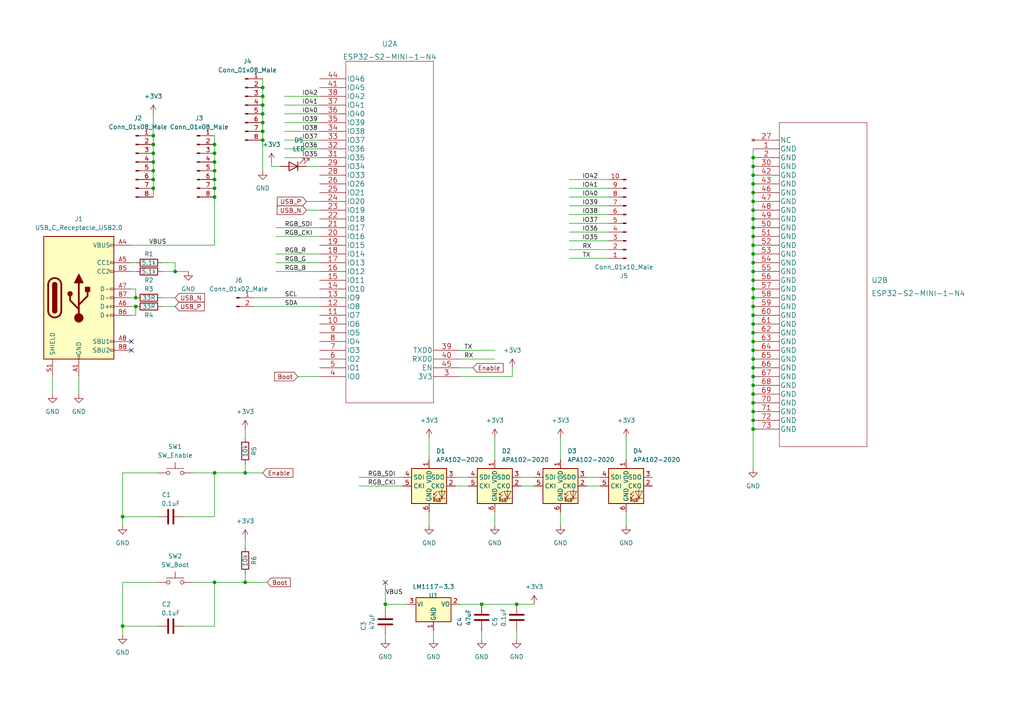
<source format=kicad_sch>
(kicad_sch (version 20211123) (generator eeschema)
  (paper "A4")
  (lib_symbols
    (symbol "2022-03-18_18-31-14:ESP32-S2-MINI-1-N4" (pin_names (offset 0.254))
      (property "Reference" "U" (at 20.32 12.7 0))
      (property "Value" "ESP32-S2-MINI-1-N4" (at 20.32 10.16 0))
      (symbol "ESP32-S2-MINI-1-N4_1_1"
        (polyline (pts (xy 7.62 -91.44) (xy 33.02 -91.44)) (stroke (width 0.127)))
        (polyline (pts (xy 7.62 7.62) (xy 7.62 -91.44)) (stroke (width 0.127)))
        (polyline (pts (xy 33.02 -91.44) (xy 33.02 7.62)) (stroke (width 0.127)))
        (polyline (pts (xy 33.02 7.62) (xy 7.62 7.62)) (stroke (width 0.127)))
        (pin bidirectional line (at 40.64 -15.24 180) (length 7.62) (name "IO6") (number "10"))
        (pin bidirectional line (at 40.64 -17.78 180) (length 7.62) (name "IO7") (number "11"))
        (pin bidirectional line (at 40.64 -20.32 180) (length 7.62) (name "IO8") (number "12"))
        (pin bidirectional line (at 40.64 -22.86 180) (length 7.62) (name "IO9") (number "13"))
        (pin bidirectional line (at 40.64 -25.4 180) (length 7.62) (name "IO10") (number "14"))
        (pin bidirectional line (at 40.64 -27.94 180) (length 7.62) (name "IO11") (number "15"))
        (pin bidirectional line (at 40.64 -30.48 180) (length 7.62) (name "IO12") (number "16"))
        (pin bidirectional line (at 40.64 -33.02 180) (length 7.62) (name "IO13") (number "17"))
        (pin bidirectional line (at 40.64 -35.56 180) (length 7.62) (name "IO14") (number "18"))
        (pin bidirectional line (at 40.64 -38.1 180) (length 7.62) (name "IO15") (number "19"))
        (pin bidirectional line (at 40.64 -40.64 180) (length 7.62) (name "IO16") (number "20"))
        (pin bidirectional line (at 40.64 -43.18 180) (length 7.62) (name "IO17") (number "21"))
        (pin bidirectional line (at 40.64 -45.72 180) (length 7.62) (name "IO18") (number "22"))
        (pin bidirectional line (at 40.64 -48.26 180) (length 7.62) (name "IO19") (number "23"))
        (pin bidirectional line (at 40.64 -50.8 180) (length 7.62) (name "IO20") (number "24"))
        (pin bidirectional line (at 40.64 -53.34 180) (length 7.62) (name "IO21") (number "25"))
        (pin bidirectional line (at 40.64 -55.88 180) (length 7.62) (name "IO26") (number "26"))
        (pin bidirectional line (at 40.64 -58.42 180) (length 7.62) (name "IO33") (number "28"))
        (pin bidirectional line (at 40.64 -60.96 180) (length 7.62) (name "IO34") (number "29"))
        (pin unspecified line (at 0 0 0) (length 7.62) (name "3V3") (number "3"))
        (pin bidirectional line (at 40.64 -63.5 180) (length 7.62) (name "IO35") (number "31"))
        (pin bidirectional line (at 40.64 -66.04 180) (length 7.62) (name "IO36") (number "32"))
        (pin bidirectional line (at 40.64 -68.58 180) (length 7.62) (name "IO37") (number "33"))
        (pin bidirectional line (at 40.64 -71.12 180) (length 7.62) (name "IO38") (number "34"))
        (pin bidirectional line (at 40.64 -73.66 180) (length 7.62) (name "IO39") (number "35"))
        (pin bidirectional line (at 40.64 -76.2 180) (length 7.62) (name "IO40") (number "36"))
        (pin bidirectional line (at 40.64 -78.74 180) (length 7.62) (name "IO41") (number "37"))
        (pin bidirectional line (at 40.64 -81.28 180) (length 7.62) (name "IO42") (number "38"))
        (pin bidirectional line (at 0 -7.62 0) (length 7.62) (name "TXD0") (number "39"))
        (pin bidirectional line (at 40.64 0 180) (length 7.62) (name "IO0") (number "4"))
        (pin bidirectional line (at 0 -5.08 0) (length 7.62) (name "RXD0") (number "40"))
        (pin bidirectional line (at 40.64 -83.82 180) (length 7.62) (name "IO45") (number "41"))
        (pin bidirectional line (at 40.64 -86.36 180) (length 7.62) (name "IO46") (number "44"))
        (pin unspecified line (at 0 -2.54 0) (length 7.62) (name "EN") (number "45"))
        (pin bidirectional line (at 40.64 -2.54 180) (length 7.62) (name "IO1") (number "5"))
        (pin bidirectional line (at 40.64 -5.08 180) (length 7.62) (name "IO2") (number "6"))
        (pin bidirectional line (at 40.64 -7.62 180) (length 7.62) (name "IO3") (number "7"))
        (pin bidirectional line (at 40.64 -10.16 180) (length 7.62) (name "IO4") (number "8"))
        (pin bidirectional line (at 40.64 -12.7 180) (length 7.62) (name "IO5") (number "9"))
      )
      (symbol "ESP32-S2-MINI-1-N4_2_1"
        (polyline (pts (xy 7.62 -88.9) (xy 33.02 -88.9)) (stroke (width 0.127)))
        (polyline (pts (xy 7.62 5.08) (xy 7.62 -88.9)) (stroke (width 0.127)))
        (polyline (pts (xy 33.02 -88.9) (xy 33.02 5.08)) (stroke (width 0.127)))
        (polyline (pts (xy 33.02 5.08) (xy 7.62 5.08)) (stroke (width 0.127)))
        (pin power_in line (at 0 -2.54 0) (length 7.62) (name "GND") (number "1"))
        (pin power_in line (at 0 -5.08 0) (length 7.62) (name "GND") (number "2"))
        (pin no_connect line (at 0 0 0) (length 7.62) (name "NC") (number "27"))
        (pin power_in line (at 0 -7.62 0) (length 7.62) (name "GND") (number "30"))
        (pin power_in line (at 0 -10.16 0) (length 7.62) (name "GND") (number "42"))
        (pin power_in line (at 0 -12.7 0) (length 7.62) (name "GND") (number "43"))
        (pin power_in line (at 0 -15.24 0) (length 7.62) (name "GND") (number "46"))
        (pin power_in line (at 0 -17.78 0) (length 7.62) (name "GND") (number "47"))
        (pin power_in line (at 0 -20.32 0) (length 7.62) (name "GND") (number "48"))
        (pin power_in line (at 0 -22.86 0) (length 7.62) (name "GND") (number "49"))
        (pin power_in line (at 0 -25.4 0) (length 7.62) (name "GND") (number "50"))
        (pin power_in line (at 0 -27.94 0) (length 7.62) (name "GND") (number "51"))
        (pin power_in line (at 0 -30.48 0) (length 7.62) (name "GND") (number "52"))
        (pin power_in line (at 0 -33.02 0) (length 7.62) (name "GND") (number "53"))
        (pin power_in line (at 0 -35.56 0) (length 7.62) (name "GND") (number "54"))
        (pin power_in line (at 0 -38.1 0) (length 7.62) (name "GND") (number "55"))
        (pin power_in line (at 0 -40.64 0) (length 7.62) (name "GND") (number "56"))
        (pin power_in line (at 0 -43.18 0) (length 7.62) (name "GND") (number "57"))
        (pin power_in line (at 0 -45.72 0) (length 7.62) (name "GND") (number "58"))
        (pin power_in line (at 0 -48.26 0) (length 7.62) (name "GND") (number "59"))
        (pin power_in line (at 0 -50.8 0) (length 7.62) (name "GND") (number "60"))
        (pin power_in line (at 0 -53.34 0) (length 7.62) (name "GND") (number "61"))
        (pin power_in line (at 0 -55.88 0) (length 7.62) (name "GND") (number "62"))
        (pin power_in line (at 0 -58.42 0) (length 7.62) (name "GND") (number "63"))
        (pin power_in line (at 0 -60.96 0) (length 7.62) (name "GND") (number "64"))
        (pin power_in line (at 0 -63.5 0) (length 7.62) (name "GND") (number "65"))
        (pin power_in line (at 0 -66.04 0) (length 7.62) (name "GND") (number "66"))
        (pin power_in line (at 0 -68.58 0) (length 7.62) (name "GND") (number "67"))
        (pin power_in line (at 0 -71.12 0) (length 7.62) (name "GND") (number "68"))
        (pin power_in line (at 0 -73.66 0) (length 7.62) (name "GND") (number "69"))
        (pin power_in line (at 0 -76.2 0) (length 7.62) (name "GND") (number "70"))
        (pin power_in line (at 0 -78.74 0) (length 7.62) (name "GND") (number "71"))
        (pin power_in line (at 0 -81.28 0) (length 7.62) (name "GND") (number "72"))
        (pin power_in line (at 0 -83.82 0) (length 7.62) (name "GND") (number "73"))
      )
    )
    (symbol "Connector:Conn_01x02_Male" (pin_names (offset 1.016) hide)
      (property "Reference" "J" (at 0 2.54 0))
      (property "Value" "Conn_01x02_Male" (at 0 -5.08 0))
      (symbol "Conn_01x02_Male_1_1"
        (polyline (pts (xy 1.27 -2.54) (xy 0.8636 -2.54)) (stroke (width 0.1524)))
        (polyline (pts (xy 1.27 0) (xy 0.8636 0)) (stroke (width 0.1524)))
        (rectangle (start 0.8636 -2.413) (end 0 -2.667) (stroke (width 0.1524)) (fill (type outline)))
        (rectangle (start 0.8636 0.127) (end 0 -0.127) (stroke (width 0.1524)) (fill (type outline)))
        (pin passive line (at 5.08 0 180) (length 3.81) (name "Pin_1") (number "1"))
        (pin passive line (at 5.08 -2.54 180) (length 3.81) (name "Pin_2") (number "2"))
      )
    )
    (symbol "Connector:Conn_01x08_Male" (pin_names (offset 1.016) hide)
      (property "Reference" "J" (at 0 10.16 0))
      (property "Value" "Conn_01x08_Male" (at 0 -12.7 0))
      (symbol "Conn_01x08_Male_1_1"
        (polyline (pts (xy 1.27 -10.16) (xy 0.8636 -10.16)) (stroke (width 0.1524)))
        (polyline (pts (xy 1.27 -7.62) (xy 0.8636 -7.62)) (stroke (width 0.1524)))
        (polyline (pts (xy 1.27 -5.08) (xy 0.8636 -5.08)) (stroke (width 0.1524)))
        (polyline (pts (xy 1.27 -2.54) (xy 0.8636 -2.54)) (stroke (width 0.1524)))
        (polyline (pts (xy 1.27 0) (xy 0.8636 0)) (stroke (width 0.1524)))
        (polyline (pts (xy 1.27 2.54) (xy 0.8636 2.54)) (stroke (width 0.1524)))
        (polyline (pts (xy 1.27 5.08) (xy 0.8636 5.08)) (stroke (width 0.1524)))
        (polyline (pts (xy 1.27 7.62) (xy 0.8636 7.62)) (stroke (width 0.1524)))
        (rectangle (start 0.8636 -10.033) (end 0 -10.287) (stroke (width 0.1524)) (fill (type outline)))
        (rectangle (start 0.8636 -7.493) (end 0 -7.747) (stroke (width 0.1524)) (fill (type outline)))
        (rectangle (start 0.8636 -4.953) (end 0 -5.207) (stroke (width 0.1524)) (fill (type outline)))
        (rectangle (start 0.8636 -2.413) (end 0 -2.667) (stroke (width 0.1524)) (fill (type outline)))
        (rectangle (start 0.8636 0.127) (end 0 -0.127) (stroke (width 0.1524)) (fill (type outline)))
        (rectangle (start 0.8636 2.667) (end 0 2.413) (stroke (width 0.1524)) (fill (type outline)))
        (rectangle (start 0.8636 5.207) (end 0 4.953) (stroke (width 0.1524)) (fill (type outline)))
        (rectangle (start 0.8636 7.747) (end 0 7.493) (stroke (width 0.1524)) (fill (type outline)))
        (pin passive line (at 5.08 7.62 180) (length 3.81) (name "Pin_1") (number "1"))
        (pin passive line (at 5.08 5.08 180) (length 3.81) (name "Pin_2") (number "2"))
        (pin passive line (at 5.08 2.54 180) (length 3.81) (name "Pin_3") (number "3"))
        (pin passive line (at 5.08 0 180) (length 3.81) (name "Pin_4") (number "4"))
        (pin passive line (at 5.08 -2.54 180) (length 3.81) (name "Pin_5") (number "5"))
        (pin passive line (at 5.08 -5.08 180) (length 3.81) (name "Pin_6") (number "6"))
        (pin passive line (at 5.08 -7.62 180) (length 3.81) (name "Pin_7") (number "7"))
        (pin passive line (at 5.08 -10.16 180) (length 3.81) (name "Pin_8") (number "8"))
      )
    )
    (symbol "Connector:Conn_01x10_Male" (pin_names (offset 1.016) hide)
      (property "Reference" "J" (at 0 12.7 0))
      (property "Value" "Conn_01x10_Male" (at 0 -15.24 0))
      (symbol "Conn_01x10_Male_1_1"
        (polyline (pts (xy 1.27 -12.7) (xy 0.8636 -12.7)) (stroke (width 0.1524)))
        (polyline (pts (xy 1.27 -10.16) (xy 0.8636 -10.16)) (stroke (width 0.1524)))
        (polyline (pts (xy 1.27 -7.62) (xy 0.8636 -7.62)) (stroke (width 0.1524)))
        (polyline (pts (xy 1.27 -5.08) (xy 0.8636 -5.08)) (stroke (width 0.1524)))
        (polyline (pts (xy 1.27 -2.54) (xy 0.8636 -2.54)) (stroke (width 0.1524)))
        (polyline (pts (xy 1.27 0) (xy 0.8636 0)) (stroke (width 0.1524)))
        (polyline (pts (xy 1.27 2.54) (xy 0.8636 2.54)) (stroke (width 0.1524)))
        (polyline (pts (xy 1.27 5.08) (xy 0.8636 5.08)) (stroke (width 0.1524)))
        (polyline (pts (xy 1.27 7.62) (xy 0.8636 7.62)) (stroke (width 0.1524)))
        (polyline (pts (xy 1.27 10.16) (xy 0.8636 10.16)) (stroke (width 0.1524)))
        (rectangle (start 0.8636 -12.573) (end 0 -12.827) (stroke (width 0.1524)) (fill (type outline)))
        (rectangle (start 0.8636 -10.033) (end 0 -10.287) (stroke (width 0.1524)) (fill (type outline)))
        (rectangle (start 0.8636 -7.493) (end 0 -7.747) (stroke (width 0.1524)) (fill (type outline)))
        (rectangle (start 0.8636 -4.953) (end 0 -5.207) (stroke (width 0.1524)) (fill (type outline)))
        (rectangle (start 0.8636 -2.413) (end 0 -2.667) (stroke (width 0.1524)) (fill (type outline)))
        (rectangle (start 0.8636 0.127) (end 0 -0.127) (stroke (width 0.1524)) (fill (type outline)))
        (rectangle (start 0.8636 2.667) (end 0 2.413) (stroke (width 0.1524)) (fill (type outline)))
        (rectangle (start 0.8636 5.207) (end 0 4.953) (stroke (width 0.1524)) (fill (type outline)))
        (rectangle (start 0.8636 7.747) (end 0 7.493) (stroke (width 0.1524)) (fill (type outline)))
        (rectangle (start 0.8636 10.287) (end 0 10.033) (stroke (width 0.1524)) (fill (type outline)))
        (pin passive line (at 5.08 10.16 180) (length 3.81) (name "Pin_1") (number "1"))
        (pin passive line (at 5.08 -12.7 180) (length 3.81) (name "Pin_10") (number "10"))
        (pin passive line (at 5.08 7.62 180) (length 3.81) (name "Pin_2") (number "2"))
        (pin passive line (at 5.08 5.08 180) (length 3.81) (name "Pin_3") (number "3"))
        (pin passive line (at 5.08 2.54 180) (length 3.81) (name "Pin_4") (number "4"))
        (pin passive line (at 5.08 0 180) (length 3.81) (name "Pin_5") (number "5"))
        (pin passive line (at 5.08 -2.54 180) (length 3.81) (name "Pin_6") (number "6"))
        (pin passive line (at 5.08 -5.08 180) (length 3.81) (name "Pin_7") (number "7"))
        (pin passive line (at 5.08 -7.62 180) (length 3.81) (name "Pin_8") (number "8"))
        (pin passive line (at 5.08 -10.16 180) (length 3.81) (name "Pin_9") (number "9"))
      )
    )
    (symbol "Connector:USB_C_Receptacle_USB2.0" (pin_names (offset 1.016))
      (property "Reference" "J" (at -10.16 19.05 0))
      (property "Value" "USB_C_Receptacle_USB2.0" (at 19.05 19.05 0))
      (symbol "USB_C_Receptacle_USB2.0_0_0"
        (rectangle (start -0.254 -17.78) (end 0.254 -16.764))
        (rectangle (start 10.16 -14.986) (end 9.144 -15.494))
        (rectangle (start 10.16 -12.446) (end 9.144 -12.954))
        (rectangle (start 10.16 -4.826) (end 9.144 -5.334))
        (rectangle (start 10.16 -2.286) (end 9.144 -2.794))
        (rectangle (start 10.16 0.254) (end 9.144 -0.254))
        (rectangle (start 10.16 2.794) (end 9.144 2.286))
        (rectangle (start 10.16 7.874) (end 9.144 7.366))
        (rectangle (start 10.16 10.414) (end 9.144 9.906))
        (rectangle (start 10.16 15.494) (end 9.144 14.986))
      )
      (symbol "USB_C_Receptacle_USB2.0_0_1"
        (rectangle (start -10.16 17.78) (end 10.16 -17.78) (stroke (width 0.254)) (fill (type background)))
        (arc (start -8.89 -3.81) (mid -6.985 -5.715) (end -5.08 -3.81) (stroke (width 0.508)))
        (arc (start -7.62 -3.81) (mid -6.985 -4.445) (end -6.35 -3.81) (stroke (width 0.254)))
        (arc (start -7.62 -3.81) (mid -6.985 -4.445) (end -6.35 -3.81) (stroke (width 0.254)) (fill (type outline)))
        (rectangle (start -7.62 -3.81) (end -6.35 3.81) (stroke (width 0.254)) (fill (type outline)))
        (arc (start -6.35 3.81) (mid -6.985 4.445) (end -7.62 3.81) (stroke (width 0.254)))
        (arc (start -6.35 3.81) (mid -6.985 4.445) (end -7.62 3.81) (stroke (width 0.254)) (fill (type outline)))
        (arc (start -5.08 3.81) (mid -6.985 5.715) (end -8.89 3.81) (stroke (width 0.508)))
        (circle (center -2.54 1.143) (radius 0.635) (stroke (width 0.254)) (fill (type outline)))
        (circle (center 0 -5.842) (radius 1.27) (fill (type outline)))
        (polyline (pts (xy -8.89 -3.81) (xy -8.89 3.81)) (stroke (width 0.508)))
        (polyline (pts (xy -5.08 3.81) (xy -5.08 -3.81)) (stroke (width 0.508)))
        (polyline (pts (xy 0 -5.842) (xy 0 4.318)) (stroke (width 0.508)))
        (polyline (pts (xy 0 -3.302) (xy -2.54 -0.762) (xy -2.54 0.508)) (stroke (width 0.508)))
        (polyline (pts (xy 0 -2.032) (xy 2.54 0.508) (xy 2.54 1.778)) (stroke (width 0.508)))
        (polyline (pts (xy -1.27 4.318) (xy 0 6.858) (xy 1.27 4.318) (xy -1.27 4.318)) (stroke (width 0.254)) (fill (type outline)))
        (rectangle (start 1.905 1.778) (end 3.175 3.048) (stroke (width 0.254)) (fill (type outline)))
      )
      (symbol "USB_C_Receptacle_USB2.0_1_1"
        (pin passive line (at 0 -22.86 90) (length 5.08) (name "GND") (number "A1"))
        (pin passive line (at 0 -22.86 90) (length 5.08) hide (name "GND") (number "A12"))
        (pin passive line (at 15.24 15.24 180) (length 5.08) (name "VBUS") (number "A4"))
        (pin bidirectional line (at 15.24 10.16 180) (length 5.08) (name "CC1") (number "A5"))
        (pin bidirectional line (at 15.24 -2.54 180) (length 5.08) (name "D+") (number "A6"))
        (pin bidirectional line (at 15.24 2.54 180) (length 5.08) (name "D-") (number "A7"))
        (pin bidirectional line (at 15.24 -12.7 180) (length 5.08) (name "SBU1") (number "A8"))
        (pin passive line (at 15.24 15.24 180) (length 5.08) hide (name "VBUS") (number "A9"))
        (pin passive line (at 0 -22.86 90) (length 5.08) hide (name "GND") (number "B1"))
        (pin passive line (at 0 -22.86 90) (length 5.08) hide (name "GND") (number "B12"))
        (pin passive line (at 15.24 15.24 180) (length 5.08) hide (name "VBUS") (number "B4"))
        (pin bidirectional line (at 15.24 7.62 180) (length 5.08) (name "CC2") (number "B5"))
        (pin bidirectional line (at 15.24 -5.08 180) (length 5.08) (name "D+") (number "B6"))
        (pin bidirectional line (at 15.24 0 180) (length 5.08) (name "D-") (number "B7"))
        (pin bidirectional line (at 15.24 -15.24 180) (length 5.08) (name "SBU2") (number "B8"))
        (pin passive line (at 15.24 15.24 180) (length 5.08) hide (name "VBUS") (number "B9"))
        (pin passive line (at -7.62 -22.86 90) (length 5.08) (name "SHIELD") (number "S1"))
      )
    )
    (symbol "Device:C" (pin_numbers hide) (pin_names (offset 0.254))
      (property "Reference" "C" (at 0.635 2.54 0))
      (property "Value" "C" (at 0.635 -2.54 0))
      (symbol "C_0_1"
        (polyline (pts (xy -2.032 -0.762) (xy 2.032 -0.762)) (stroke (width 0.508)))
        (polyline (pts (xy -2.032 0.762) (xy 2.032 0.762)) (stroke (width 0.508)))
      )
      (symbol "C_1_1"
        (pin passive line (at 0 3.81 270) (length 2.794) (name "~") (number "1"))
        (pin passive line (at 0 -3.81 90) (length 2.794) (name "~") (number "2"))
      )
    )
    (symbol "Device:LED" (pin_numbers hide) (pin_names (offset 1.016) hide)
      (property "Reference" "D" (at 0 2.54 0))
      (property "Value" "LED" (at 0 -2.54 0))
      (symbol "LED_0_1"
        (polyline (pts (xy -1.27 -1.27) (xy -1.27 1.27)) (stroke (width 0.254)))
        (polyline (pts (xy -1.27 0) (xy 1.27 0)))
        (polyline (pts (xy 1.27 -1.27) (xy 1.27 1.27) (xy -1.27 0) (xy 1.27 -1.27)) (stroke (width 0.254)))
        (polyline (pts (xy -3.048 -0.762) (xy -4.572 -2.286) (xy -3.81 -2.286) (xy -4.572 -2.286) (xy -4.572 -1.524)))
        (polyline (pts (xy -1.778 -0.762) (xy -3.302 -2.286) (xy -2.54 -2.286) (xy -3.302 -2.286) (xy -3.302 -1.524)))
      )
      (symbol "LED_1_1"
        (pin passive line (at -3.81 0 0) (length 2.54) (name "K") (number "1"))
        (pin passive line (at 3.81 0 180) (length 2.54) (name "A") (number "2"))
      )
    )
    (symbol "Device:R" (pin_numbers hide) (pin_names (offset 0))
      (property "Reference" "R" (at 2.032 0 90))
      (property "Value" "R" (at 0 0 90))
      (symbol "R_0_1"
        (rectangle (start -1.016 -2.54) (end 1.016 2.54) (stroke (width 0.254)))
      )
      (symbol "R_1_1"
        (pin passive line (at 0 3.81 270) (length 1.27) (name "~") (number "1"))
        (pin passive line (at 0 -3.81 90) (length 1.27) (name "~") (number "2"))
      )
    )
    (symbol "LED:APA102-2020"
      (property "Reference" "D" (at 5.08 5.715 0))
      (property "Value" "APA102-2020" (at 1.27 -5.715 0))
      (symbol "APA102-2020_0_0"
        (text "RGB" (at 2.286 -4.191 0) (effects (font (size 0.762 0.762))))
      )
      (symbol "APA102-2020_0_1"
        (polyline (pts (xy 1.27 -3.556) (xy 1.778 -3.556)))
        (polyline (pts (xy 1.27 -2.54) (xy 1.778 -2.54)))
        (polyline (pts (xy 4.699 -3.556) (xy 2.667 -3.556)))
        (polyline (pts (xy 2.286 -2.54) (xy 1.27 -3.556) (xy 1.27 -3.048)))
        (polyline (pts (xy 2.286 -1.524) (xy 1.27 -2.54) (xy 1.27 -2.032)))
        (polyline (pts (xy 3.683 -1.016) (xy 3.683 -3.556) (xy 3.683 -4.064)))
        (polyline (pts (xy 4.699 -1.524) (xy 2.667 -1.524) (xy 3.683 -3.556) (xy 4.699 -1.524)))
        (rectangle (start 5.08 5.08) (end -5.08 -5.08) (stroke (width 0.254)) (fill (type background)))
      )
      (symbol "APA102-2020_1_1"
        (pin power_in line (at 0 7.62 270) (length 2.54) (name "VDD") (number "1"))
        (pin output line (at 7.62 0 180) (length 2.54) (name "CKO") (number "2"))
        (pin output line (at 7.62 2.54 180) (length 2.54) (name "SDO") (number "3"))
        (pin input line (at -7.62 2.54 0) (length 2.54) (name "SDI") (number "4"))
        (pin input line (at -7.62 0 0) (length 2.54) (name "CKI") (number "5"))
        (pin power_in line (at 0 -7.62 90) (length 2.54) (name "GND") (number "6"))
      )
    )
    (symbol "Regulator_Linear:LM1117-3.3" (pin_names (offset 0.254))
      (property "Reference" "U" (at -3.81 3.175 0))
      (property "Value" "LM1117-3.3" (at 0 3.175 0))
      (symbol "LM1117-3.3_0_1"
        (rectangle (start -5.08 -5.08) (end 5.08 1.905) (stroke (width 0.254)) (fill (type background)))
      )
      (symbol "LM1117-3.3_1_1"
        (pin power_in line (at 0 -7.62 90) (length 2.54) (name "GND") (number "1"))
        (pin power_out line (at 7.62 0 180) (length 2.54) (name "VO") (number "2"))
        (pin power_in line (at -7.62 0 0) (length 2.54) (name "VI") (number "3"))
      )
    )
    (symbol "Switch:SW_Push" (pin_numbers hide) (pin_names (offset 1.016) hide)
      (property "Reference" "SW" (at 1.27 2.54 0))
      (property "Value" "SW_Push" (at 0 -1.524 0))
      (symbol "SW_Push_0_1"
        (circle (center -2.032 0) (radius 0.508))
        (polyline (pts (xy 0 1.27) (xy 0 3.048)))
        (polyline (pts (xy 2.54 1.27) (xy -2.54 1.27)))
        (circle (center 2.032 0) (radius 0.508))
        (pin passive line (at -5.08 0 0) (length 2.54) (name "1") (number "1"))
        (pin passive line (at 5.08 0 180) (length 2.54) (name "2") (number "2"))
      )
    )
    (symbol "power:+3V3" (power) (pin_names (offset 0))
      (property "Value" "+3V3" (at 0 3.556 0))
      (symbol "+3V3_0_1"
        (polyline (pts (xy -0.762 1.27) (xy 0 2.54)))
        (polyline (pts (xy 0 0) (xy 0 2.54)))
        (polyline (pts (xy 0 2.54) (xy 0.762 1.27)))
      )
      (symbol "+3V3_1_1"
        (pin power_in line (at 0 0 90) (length 0) hide (name "+3V3") (number "1"))
      )
    )
    (symbol "power:GND" (power) (pin_names (offset 0))
      (property "Value" "GND" (at 0 -3.81 0))
      (symbol "GND_0_1"
        (polyline (pts (xy 0 0) (xy 0 -1.27) (xy 1.27 -1.27) (xy 0 -2.54) (xy -1.27 -1.27) (xy 0 -1.27)))
      )
      (symbol "GND_1_1"
        (pin power_in line (at 0 0 270) (length 0) hide (name "GND") (number "1"))
      )
    )
  )
  (junction (at 218.44 76.2))
  (junction (at 149.86 175.26))
  (junction (at 76.2 33.02))
  (junction (at 218.44 45.72))
  (junction (at 218.44 124.46))
  (junction (at 218.44 88.9))
  (junction (at 71.12 168.91))
  (junction (at 62.23 44.45))
  (junction (at 218.44 78.74))
  (junction (at 71.12 137.16))
  (junction (at 76.2 25.4))
  (junction (at 76.2 27.94))
  (junction (at 218.44 48.26))
  (junction (at 218.44 101.6))
  (junction (at 35.56 181.61))
  (junction (at 62.23 52.07))
  (junction (at 39.37 86.36))
  (junction (at 218.44 96.52))
  (junction (at 218.44 58.42))
  (junction (at 218.44 73.66))
  (junction (at 44.45 52.07))
  (junction (at 218.44 50.8))
  (junction (at 111.76 175.26))
  (junction (at 218.44 93.98))
  (junction (at 218.44 116.84))
  (junction (at 44.45 39.37))
  (junction (at 76.2 38.1))
  (junction (at 44.45 49.53))
  (junction (at 62.23 168.91))
  (junction (at 218.44 91.44))
  (junction (at 44.45 44.45))
  (junction (at 218.44 119.38))
  (junction (at 62.23 54.61))
  (junction (at 218.44 121.92))
  (junction (at 218.44 109.22))
  (junction (at 50.8 78.74))
  (junction (at 139.7 175.26))
  (junction (at 39.37 88.9))
  (junction (at 218.44 68.58))
  (junction (at 44.45 41.91))
  (junction (at 218.44 83.82))
  (junction (at 218.44 81.28))
  (junction (at 218.44 71.12))
  (junction (at 218.44 99.06))
  (junction (at 44.45 54.61))
  (junction (at 76.2 40.64))
  (junction (at 62.23 46.99))
  (junction (at 218.44 111.76))
  (junction (at 76.2 30.48))
  (junction (at 218.44 60.96))
  (junction (at 76.2 35.56))
  (junction (at 35.56 149.86))
  (junction (at 62.23 49.53))
  (junction (at 62.23 57.15))
  (junction (at 218.44 106.68))
  (junction (at 62.23 41.91))
  (junction (at 218.44 63.5))
  (junction (at 218.44 114.3))
  (junction (at 218.44 104.14))
  (junction (at 62.23 137.16))
  (junction (at 218.44 66.04))
  (junction (at 218.44 55.88))
  (junction (at 218.44 86.36))
  (junction (at 218.44 53.34))
  (junction (at 44.45 46.99))
  (no_connect (at 38.1 101.6))
  (no_connect (at 38.1 99.06))
  (no_connect (at 111.76 168.91))
  (wire (pts (xy 82.55 27.94) (xy 92.71 27.94)))
  (wire (pts (xy 218.44 106.68) (xy 218.44 109.22)))
  (wire (pts (xy 125.73 185.42) (xy 125.73 182.88)))
  (wire (pts (xy 46.99 76.2) (xy 50.8 76.2)))
  (wire (pts (xy 38.1 71.12) (xy 62.23 71.12)))
  (wire (pts (xy 44.45 33.02) (xy 44.45 39.37)))
  (wire (pts (xy 218.44 101.6) (xy 218.44 104.14)))
  (wire (pts (xy 139.7 175.26) (xy 149.86 175.26)))
  (wire (pts (xy 44.45 41.91) (xy 44.45 39.37)))
  (wire (pts (xy 104.14 140.97) (xy 116.84 140.97)))
  (wire (pts (xy 133.35 106.68) (xy 137.16 106.68)))
  (wire (pts (xy 62.23 149.86) (xy 62.23 137.16)))
  (wire (pts (xy 218.44 91.44) (xy 218.44 93.98)))
  (wire (pts (xy 62.23 181.61) (xy 62.23 168.91)))
  (wire (pts (xy 35.56 149.86) (xy 45.72 149.86)))
  (wire (pts (xy 162.56 127) (xy 162.56 133.35)))
  (wire (pts (xy 76.2 30.48) (xy 76.2 33.02)))
  (wire (pts (xy 218.44 78.74) (xy 218.44 81.28)))
  (wire (pts (xy 53.34 149.86) (xy 62.23 149.86)))
  (wire (pts (xy 218.44 66.04) (xy 218.44 68.58)))
  (wire (pts (xy 218.44 60.96) (xy 218.44 63.5)))
  (wire (pts (xy 218.44 68.58) (xy 218.44 71.12)))
  (wire (pts (xy 76.2 25.4) (xy 76.2 27.94)))
  (wire (pts (xy 35.56 137.16) (xy 45.72 137.16)))
  (wire (pts (xy 88.9 48.26) (xy 92.71 48.26)))
  (wire (pts (xy 71.12 137.16) (xy 76.2 137.16)))
  (wire (pts (xy 22.86 109.22) (xy 22.86 114.3)))
  (wire (pts (xy 73.66 86.36) (xy 92.71 86.36)))
  (wire (pts (xy 82.55 38.1) (xy 92.71 38.1)))
  (wire (pts (xy 132.08 138.43) (xy 135.89 138.43)))
  (wire (pts (xy 62.23 44.45) (xy 62.23 46.99)))
  (wire (pts (xy 38.1 76.2) (xy 39.37 76.2)))
  (wire (pts (xy 44.45 54.61) (xy 44.45 52.07)))
  (wire (pts (xy 148.59 106.68) (xy 148.59 109.22)))
  (wire (pts (xy 170.18 138.43) (xy 173.99 138.43)))
  (wire (pts (xy 35.56 152.4) (xy 35.56 149.86)))
  (wire (pts (xy 218.44 76.2) (xy 218.44 78.74)))
  (wire (pts (xy 71.12 168.91) (xy 62.23 168.91)))
  (wire (pts (xy 149.86 182.88) (xy 149.86 185.42)))
  (wire (pts (xy 46.99 86.36) (xy 50.8 86.36)))
  (wire (pts (xy 218.44 53.34) (xy 218.44 55.88)))
  (wire (pts (xy 181.61 148.59) (xy 181.61 152.4)))
  (wire (pts (xy 111.76 184.15) (xy 111.76 185.42)))
  (wire (pts (xy 218.44 43.18) (xy 218.44 45.72)))
  (wire (pts (xy 44.45 57.15) (xy 44.45 54.61)))
  (wire (pts (xy 80.01 73.66) (xy 92.71 73.66)))
  (wire (pts (xy 218.44 81.28) (xy 218.44 83.82)))
  (wire (pts (xy 50.8 78.74) (xy 54.61 78.74)))
  (wire (pts (xy 218.44 114.3) (xy 218.44 116.84)))
  (wire (pts (xy 143.51 127) (xy 143.51 133.35)))
  (wire (pts (xy 124.46 148.59) (xy 124.46 152.4)))
  (wire (pts (xy 38.1 83.82) (xy 39.37 83.82)))
  (wire (pts (xy 218.44 119.38) (xy 218.44 121.92)))
  (wire (pts (xy 35.56 168.91) (xy 45.72 168.91)))
  (wire (pts (xy 218.44 50.8) (xy 218.44 53.34)))
  (wire (pts (xy 218.44 93.98) (xy 218.44 96.52)))
  (wire (pts (xy 165.1 72.39) (xy 176.53 72.39)))
  (wire (pts (xy 165.1 74.93) (xy 176.53 74.93)))
  (wire (pts (xy 218.44 63.5) (xy 218.44 66.04)))
  (wire (pts (xy 151.13 140.97) (xy 154.94 140.97)))
  (wire (pts (xy 88.9 60.96) (xy 92.71 60.96)))
  (wire (pts (xy 71.12 156.21) (xy 71.12 158.75)))
  (wire (pts (xy 111.76 175.26) (xy 111.76 176.53)))
  (wire (pts (xy 165.1 62.23) (xy 176.53 62.23)))
  (wire (pts (xy 82.55 30.48) (xy 92.71 30.48)))
  (wire (pts (xy 143.51 148.59) (xy 143.51 152.4)))
  (wire (pts (xy 39.37 88.9) (xy 38.1 88.9)))
  (wire (pts (xy 82.55 33.02) (xy 92.71 33.02)))
  (wire (pts (xy 151.13 138.43) (xy 154.94 138.43)))
  (wire (pts (xy 165.1 59.69) (xy 176.53 59.69)))
  (wire (pts (xy 46.99 88.9) (xy 50.8 88.9)))
  (wire (pts (xy 165.1 64.77) (xy 176.53 64.77)))
  (wire (pts (xy 71.12 124.46) (xy 71.12 127)))
  (wire (pts (xy 165.1 52.07) (xy 176.53 52.07)))
  (wire (pts (xy 71.12 166.37) (xy 71.12 168.91)))
  (wire (pts (xy 78.74 48.26) (xy 78.74 46.99)))
  (wire (pts (xy 38.1 86.36) (xy 39.37 86.36)))
  (wire (pts (xy 132.08 140.97) (xy 135.89 140.97)))
  (wire (pts (xy 218.44 83.82) (xy 218.44 86.36)))
  (wire (pts (xy 149.86 175.26) (xy 154.94 175.26)))
  (wire (pts (xy 76.2 38.1) (xy 76.2 40.64)))
  (wire (pts (xy 165.1 54.61) (xy 176.53 54.61)))
  (wire (pts (xy 44.45 46.99) (xy 44.45 44.45)))
  (wire (pts (xy 82.55 35.56) (xy 92.71 35.56)))
  (wire (pts (xy 76.2 40.64) (xy 76.2 49.53)))
  (wire (pts (xy 218.44 124.46) (xy 218.44 135.89)))
  (wire (pts (xy 118.11 175.26) (xy 111.76 175.26)))
  (wire (pts (xy 86.36 109.22) (xy 92.71 109.22)))
  (wire (pts (xy 62.23 39.37) (xy 62.23 41.91)))
  (wire (pts (xy 80.01 78.74) (xy 92.71 78.74)))
  (wire (pts (xy 44.45 52.07) (xy 44.45 49.53)))
  (wire (pts (xy 82.55 40.64) (xy 92.71 40.64)))
  (wire (pts (xy 62.23 41.91) (xy 62.23 44.45)))
  (wire (pts (xy 162.56 148.59) (xy 162.56 152.4)))
  (wire (pts (xy 218.44 116.84) (xy 218.44 119.38)))
  (wire (pts (xy 218.44 111.76) (xy 218.44 114.3)))
  (wire (pts (xy 44.45 44.45) (xy 44.45 41.91)))
  (wire (pts (xy 76.2 22.86) (xy 76.2 25.4)))
  (wire (pts (xy 71.12 137.16) (xy 62.23 137.16)))
  (wire (pts (xy 218.44 71.12) (xy 218.44 73.66)))
  (wire (pts (xy 88.9 58.42) (xy 92.71 58.42)))
  (wire (pts (xy 133.35 175.26) (xy 139.7 175.26)))
  (wire (pts (xy 165.1 67.31) (xy 176.53 67.31)))
  (wire (pts (xy 165.1 57.15) (xy 176.53 57.15)))
  (wire (pts (xy 62.23 52.07) (xy 62.23 54.61)))
  (wire (pts (xy 35.56 181.61) (xy 45.72 181.61)))
  (wire (pts (xy 50.8 76.2) (xy 50.8 78.74)))
  (wire (pts (xy 73.66 88.9) (xy 92.71 88.9)))
  (wire (pts (xy 218.44 109.22) (xy 218.44 111.76)))
  (wire (pts (xy 35.56 149.86) (xy 35.56 137.16)))
  (wire (pts (xy 218.44 48.26) (xy 218.44 50.8)))
  (wire (pts (xy 39.37 88.9) (xy 39.37 91.44)))
  (wire (pts (xy 218.44 45.72) (xy 218.44 48.26)))
  (wire (pts (xy 44.45 49.53) (xy 44.45 46.99)))
  (wire (pts (xy 71.12 134.62) (xy 71.12 137.16)))
  (wire (pts (xy 76.2 35.56) (xy 76.2 38.1)))
  (wire (pts (xy 82.55 45.72) (xy 92.71 45.72)))
  (wire (pts (xy 218.44 86.36) (xy 218.44 88.9)))
  (wire (pts (xy 38.1 78.74) (xy 39.37 78.74)))
  (wire (pts (xy 124.46 127) (xy 124.46 133.35)))
  (wire (pts (xy 218.44 58.42) (xy 218.44 60.96)))
  (wire (pts (xy 15.24 109.22) (xy 15.24 114.3)))
  (wire (pts (xy 218.44 121.92) (xy 218.44 124.46)))
  (wire (pts (xy 170.18 140.97) (xy 173.99 140.97)))
  (wire (pts (xy 76.2 27.94) (xy 76.2 30.48)))
  (wire (pts (xy 218.44 55.88) (xy 218.44 58.42)))
  (wire (pts (xy 218.44 99.06) (xy 218.44 101.6)))
  (wire (pts (xy 139.7 182.88) (xy 139.7 185.42)))
  (wire (pts (xy 39.37 83.82) (xy 39.37 86.36)))
  (wire (pts (xy 80.01 68.58) (xy 92.71 68.58)))
  (wire (pts (xy 46.99 78.74) (xy 50.8 78.74)))
  (wire (pts (xy 76.2 33.02) (xy 76.2 35.56)))
  (wire (pts (xy 62.23 57.15) (xy 62.23 71.12)))
  (wire (pts (xy 62.23 54.61) (xy 62.23 57.15)))
  (wire (pts (xy 82.55 43.18) (xy 92.71 43.18)))
  (wire (pts (xy 218.44 96.52) (xy 218.44 99.06)))
  (wire (pts (xy 62.23 168.91) (xy 55.88 168.91)))
  (wire (pts (xy 71.12 168.91) (xy 77.47 168.91)))
  (wire (pts (xy 62.23 46.99) (xy 62.23 49.53)))
  (wire (pts (xy 53.34 181.61) (xy 62.23 181.61)))
  (wire (pts (xy 165.1 69.85) (xy 176.53 69.85)))
  (wire (pts (xy 133.35 104.14) (xy 143.51 104.14)))
  (wire (pts (xy 62.23 49.53) (xy 62.23 52.07)))
  (wire (pts (xy 133.35 101.6) (xy 143.51 101.6)))
  (wire (pts (xy 62.23 137.16) (xy 55.88 137.16)))
  (wire (pts (xy 35.56 184.15) (xy 35.56 181.61)))
  (wire (pts (xy 218.44 88.9) (xy 218.44 91.44)))
  (wire (pts (xy 133.35 109.22) (xy 148.59 109.22)))
  (wire (pts (xy 111.76 168.91) (xy 111.76 175.26)))
  (wire (pts (xy 218.44 104.14) (xy 218.44 106.68)))
  (wire (pts (xy 81.28 48.26) (xy 78.74 48.26)))
  (wire (pts (xy 35.56 181.61) (xy 35.56 168.91)))
  (wire (pts (xy 80.01 76.2) (xy 92.71 76.2)))
  (wire (pts (xy 218.44 73.66) (xy 218.44 76.2)))
  (wire (pts (xy 80.01 66.04) (xy 92.71 66.04)))
  (wire (pts (xy 104.14 138.43) (xy 116.84 138.43)))
  (wire (pts (xy 181.61 127) (xy 181.61 133.35)))
  (wire (pts (xy 38.1 91.44) (xy 39.37 91.44)))
  (label "VBUS" (at 111.76 172.72 0))
  (label "RX" (at 168.91 72.39 0))
  (label "TX" (at 168.91 74.93 0))
  (label "RGB_B" (at 82.55 78.74 0))
  (label "IO36" (at 168.91 67.31 0))
  (label "IO36" (at 87.63 43.18 0))
  (label "IO39" (at 87.63 35.56 0))
  (label "IO35" (at 168.91 69.85 0))
  (label "IO42" (at 168.91 52.07 0))
  (label "RGB_CKI" (at 106.68 140.97 0))
  (label "RX" (at 134.62 104.14 0))
  (label "RGB_SDI" (at 106.68 138.43 0))
  (label "SCL" (at 82.55 86.36 0))
  (label "IO37" (at 87.63 40.64 0))
  (label "IO38" (at 168.91 62.23 0))
  (label "IO40" (at 87.63 33.02 0))
  (label "IO35" (at 87.63 45.72 0))
  (label "IO42" (at 87.63 27.94 0))
  (label "IO38" (at 87.63 38.1 0))
  (label "IO39" (at 168.91 59.69 0))
  (label "SDA" (at 82.55 88.9 0))
  (label "TX" (at 134.62 101.6 0))
  (label "RGB_R" (at 82.55 73.66 0))
  (label "VBUS" (at 43.18 71.12 0))
  (label "IO41" (at 87.63 30.48 0))
  (label "RGB_G" (at 82.55 76.2 0))
  (label "IO41" (at 168.91 54.61 0))
  (label "RGB_SDI" (at 82.55 66.04 0))
  (label "RGB_CKI" (at 82.55 68.58 0))
  (label "IO37" (at 168.91 64.77 0))
  (label "IO40" (at 168.91 57.15 0))
  (global_label "USB_N" (shape input) (at 88.9 60.96 180) (property "Intersheet References" "${INTERSHEET_REFS}" (effects hide)))
  (global_label "Enable" (shape input) (at 137.16 106.68 0) (property "Intersheet References" "${INTERSHEET_REFS}" (effects hide)))
  (global_label "Boot" (shape input) (at 77.47 168.91 0) (property "Intersheet References" "${INTERSHEET_REFS}" (effects hide)))
  (global_label "USB_P" (shape input) (at 50.8 88.9 0) (property "Intersheet References" "${INTERSHEET_REFS}" (effects hide)))
  (global_label "Enable" (shape input) (at 76.2 137.16 0) (property "Intersheet References" "${INTERSHEET_REFS}" (effects hide)))
  (global_label "USB_P" (shape input) (at 88.9 58.42 180) (property "Intersheet References" "${INTERSHEET_REFS}" (effects hide)))
  (global_label "USB_N" (shape input) (at 50.8 86.36 0) (property "Intersheet References" "${INTERSHEET_REFS}" (effects hide)))
  (global_label "Boot" (shape input) (at 86.36 109.22 180) (property "Intersheet References" "${INTERSHEET_REFS}" (effects hide)))
  (symbol (lib_id "power:GND") (at 111.76 185.42 0) (unit 1)
    (property "Reference" "#PWR0109" (effects hide))
    (property "Value" "GND" (at 111.76 190.5 0))
  )
  (symbol (lib_id "Device:C") (at 49.53 181.61 90) (unit 1)
    (property "Reference" "C2" (at 48.26 175.26 90))
    (property "Value" "0.1uF" (at 49.53 177.8 90))
    (property "Footprint" "Capacitor_SMD:C_0603_1608Metric" (effects hide))
  )
  (symbol (lib_id "Connector:Conn_01x02_Male") (at 68.58 86.36 0) (unit 1)
    (property "Reference" "J6" (at 69.215 81.28 0))
    (property "Value" "Conn_01x02_Male" (at 69.215 83.82 0))
    (property "Footprint" "Connector_PinHeader_2.54mm:PinHeader_1x02_P2.54mm_Vertical" (effects hide))
  )
  (symbol (lib_id "LED:APA102-2020") (at 124.46 140.97 0) (unit 1)
    (property "Reference" "D1" (at 126.4794 130.81 0) (effects (justify left)))
    (property "Value" "APA102-2020" (at 126.4794 133.35 0) (effects (justify left)))
    (property "Footprint" "LED_SMD:LED-APA102-2020" (effects hide))
    (property "Datasheet" "http://www.led-color.com/upload/201604/APA102-2020%20SMD%20LED.pdf" (effects hide))
  )
  (symbol (lib_id "power:GND") (at 35.56 152.4 0) (unit 1)
    (property "Reference" "#PWR0104" (effects hide))
    (property "Value" "GND" (at 35.56 157.48 0))
  )
  (symbol (lib_id "power:GND") (at 54.61 78.74 0) (unit 1)
    (property "Reference" "#PWR0114" (effects hide))
    (property "Value" "GND" (at 54.61 83.82 0))
  )
  (symbol (lib_id "power:GND") (at 149.86 185.42 0) (unit 1)
    (property "Reference" "#PWR0111" (effects hide))
    (property "Value" "GND" (at 149.86 190.5 0))
  )
  (symbol (lib_id "power:GND") (at 181.61 152.4 0) (unit 1)
    (property "Reference" "#PWR0120" (effects hide))
    (property "Value" "GND" (at 181.61 157.48 0))
  )
  (symbol (lib_id "Device:C") (at 111.76 180.34 180) (unit 1)
    (property "Reference" "C3" (at 105.41 181.61 90))
    (property "Value" "47uF" (at 107.95 180.34 90))
    (property "Footprint" "Capacitor_SMD:C_0805_2012Metric" (effects hide))
  )
  (symbol (lib_id "Device:R") (at 43.18 76.2 90) (unit 1)
    (property "Reference" "R1" (at 43.18 73.66 90))
    (property "Value" "5.1k" (at 43.18 76.2 90))
    (property "Footprint" "Resistor_SMD:R_0603_1608Metric" (effects hide))
  )
  (symbol (lib_id "power:+3V3") (at 162.56 127 0) (unit 1)
    (property "Reference" "#PWR0123" (effects hide))
    (property "Value" "+3V3" (at 162.56 121.92 0))
  )
  (symbol (lib_id "Device:C") (at 139.7 179.07 180) (unit 1)
    (property "Reference" "C4" (at 133.35 180.34 90))
    (property "Value" "47uF" (at 135.89 179.07 90))
    (property "Footprint" "Capacitor_SMD:C_0805_2012Metric" (effects hide))
  )
  (symbol (lib_id "power:GND") (at 35.56 184.15 0) (unit 1)
    (property "Reference" "#PWR0105" (effects hide))
    (property "Value" "GND" (at 35.56 189.23 0))
  )
  (symbol (lib_id "LED:APA102-2020") (at 143.51 140.97 0) (unit 1)
    (property "Reference" "D2" (at 145.5294 130.81 0) (effects (justify left)))
    (property "Value" "APA102-2020" (at 145.5294 133.35 0) (effects (justify left)))
    (property "Footprint" "LED_SMD:LED-APA102-2020" (effects hide))
    (property "Datasheet" "http://www.led-color.com/upload/201604/APA102-2020%20SMD%20LED.pdf" (effects hide))
  )
  (symbol (lib_id "LED:APA102-2020") (at 162.56 140.97 0) (unit 1)
    (property "Reference" "D3" (at 164.5794 130.81 0) (effects (justify left)))
    (property "Value" "APA102-2020" (at 164.5794 133.35 0) (effects (justify left)))
    (property "Footprint" "LED_SMD:LED-APA102-2020" (effects hide))
    (property "Datasheet" "http://www.led-color.com/upload/201604/APA102-2020%20SMD%20LED.pdf" (effects hide))
  )
  (symbol (lib_id "power:+3V3") (at 181.61 127 0) (unit 1)
    (property "Reference" "#PWR0124" (effects hide))
    (property "Value" "+3V3" (at 181.61 121.92 0))
  )
  (symbol (lib_id "Device:C") (at 149.86 179.07 180) (unit 1)
    (property "Reference" "C5" (at 143.51 180.34 90))
    (property "Value" "0.1uF" (at 146.05 179.07 90))
    (property "Footprint" "Capacitor_SMD:C_0603_1608Metric" (effects hide))
  )
  (symbol (lib_id "Device:LED") (at 85.09 48.26 180) (unit 1)
    (property "Reference" "D5" (at 86.6775 40.64 0))
    (property "Value" "LED" (at 86.6775 43.18 0))
    (property "Footprint" "LED_SMD:LED_0603_1608Metric" (effects hide))
  )
  (symbol (lib_id "power:GND") (at 124.46 152.4 0) (unit 1)
    (property "Reference" "#PWR0119" (effects hide))
    (property "Value" "GND" (at 124.46 157.48 0))
  )
  (symbol (lib_id "power:+3V3") (at 143.51 127 0) (unit 1)
    (property "Reference" "#PWR0122" (effects hide))
    (property "Value" "+3V3" (at 143.51 121.92 0))
  )
  (symbol (lib_id "power:GND") (at 139.7 185.42 0) (unit 1)
    (property "Reference" "#PWR0112" (effects hide))
    (property "Value" "GND" (at 139.7 190.5 0))
  )
  (symbol (lib_id "LED:APA102-2020") (at 181.61 140.97 0) (unit 1)
    (property "Reference" "D4" (at 183.6294 130.81 0) (effects (justify left)))
    (property "Value" "APA102-2020" (at 183.6294 133.35 0) (effects (justify left)))
    (property "Footprint" "LED_SMD:LED-APA102-2020" (effects hide))
    (property "Datasheet" "http://www.led-color.com/upload/201604/APA102-2020%20SMD%20LED.pdf" (effects hide))
  )
  (symbol (lib_id "power:GND") (at 143.51 152.4 0) (unit 1)
    (property "Reference" "#PWR0117" (effects hide))
    (property "Value" "GND" (at 143.51 157.48 0))
  )
  (symbol (lib_id "Connector:USB_C_Receptacle_USB2.0") (at 22.86 86.36 0) (unit 1)
    (property "Reference" "J1" (at 22.86 63.5 0))
    (property "Value" "USB_C_Receptacle_USB2.0" (at 22.86 66.04 0))
    (property "Footprint" "USB-C-Power-tester:TYPE-C-31-M-12" (effects hide))
    (property "Datasheet" "https://www.usb.org/sites/default/files/documents/usb_type-c.zip" (effects hide))
  )
  (symbol (lib_id "Connector:Conn_01x10_Male") (at 181.61 64.77 180) (unit 1)
    (property "Reference" "J5" (at 180.975 80.01 0))
    (property "Value" "Conn_01x10_Male" (at 180.975 77.47 0))
    (property "Footprint" "Connector_PinHeader_2.54mm:PinHeader_1x10_P2.54mm_Vertical" (effects hide))
  )
  (symbol (lib_id "Device:R") (at 71.12 162.56 180) (unit 1)
    (property "Reference" "R6" (at 73.66 162.56 90))
    (property "Value" "10k" (at 71.12 162.56 90))
    (property "Footprint" "Resistor_SMD:R_0603_1608Metric" (effects hide))
  )
  (symbol (lib_id "Connector:Conn_01x08_Male") (at 39.37 46.99 0) (unit 1)
    (property "Reference" "J2" (at 40.005 34.29 0))
    (property "Value" "Conn_01x08_Male" (at 40.005 36.83 0))
    (property "Footprint" "Connector_PinHeader_2.54mm:PinHeader_1x08_P2.54mm_Vertical" (effects hide))
  )
  (symbol (lib_id "power:+3V3") (at 78.74 46.99 0) (unit 1)
    (property "Reference" "#PWR0125" (effects hide))
    (property "Value" "+3V3" (at 78.74 41.91 0))
  )
  (symbol (lib_id "power:+3V3") (at 148.59 106.68 0) (unit 1)
    (property "Reference" "#PWR0113" (effects hide))
    (property "Value" "+3V3" (at 148.59 101.6 0))
  )
  (symbol (lib_id "Device:R") (at 43.18 88.9 90) (unit 1)
    (property "Reference" "R4" (at 43.18 91.44 90))
    (property "Value" "33R" (at 43.18 88.9 90))
    (property "Footprint" "Resistor_SMD:R_0603_1608Metric" (effects hide))
  )
  (symbol (lib_id "Connector:Conn_01x08_Male") (at 71.12 30.48 0) (unit 1)
    (property "Reference" "J4" (at 71.755 17.78 0))
    (property "Value" "Conn_01x08_Male" (at 71.755 20.32 0))
    (property "Footprint" "Connector_PinHeader_2.54mm:PinHeader_1x08_P2.54mm_Vertical" (effects hide))
  )
  (symbol (lib_id "2022-03-18_18-31-14:ESP32-S2-MINI-1-N4") (at 218.44 40.64 0) (unit 2)
    (property "Reference" "U2" (at 252.73 81.28 0) (effects (font (size 1.524 1.524)) (justify left)))
    (property "Value" "ESP32-S2-MINI-1-N4" (at 252.73 85.09 0) (effects (font (size 1.524 1.524)) (justify left)))
    (property "Footprint" "footprints:ESP32-S2-MINI-1-N4" (effects hide))
  )
  (symbol (lib_id "power:+3V3") (at 71.12 124.46 0) (unit 1)
    (property "Reference" "#PWR0106" (effects hide))
    (property "Value" "+3V3" (at 71.12 119.38 0))
  )
  (symbol (lib_id "Device:R") (at 43.18 86.36 90) (unit 1)
    (property "Reference" "R3" (at 43.18 83.82 90))
    (property "Value" "33R" (at 43.18 86.36 90))
    (property "Footprint" "Resistor_SMD:R_0603_1608Metric" (effects hide))
  )
  (symbol (lib_id "power:+3V3") (at 154.94 175.26 0) (unit 1)
    (property "Reference" "#PWR0110" (effects hide))
    (property "Value" "+3V3" (at 154.94 170.18 0))
  )
  (symbol (lib_id "Regulator_Linear:LM1117-3.3") (at 125.73 175.26 0) (unit 1)
    (property "Reference" "U1" (at 125.73 172.72 0))
    (property "Value" "LM1117-3.3" (at 125.73 170.18 0))
    (property "Footprint" "Package_TO_SOT_SMD:SOT-223" (effects hide))
    (property "Datasheet" "http://www.ti.com/lit/ds/symlink/lm1117.pdf" (effects hide))
  )
  (symbol (lib_id "Switch:SW_Push") (at 50.8 137.16 0) (unit 1)
    (property "Reference" "SW1" (at 50.8 129.54 0))
    (property "Value" "SW_Enable" (at 50.8 132.08 0))
    (property "Footprint" "Button_Switch_SMD:SW_SPST_Panasonic_EVQPL_3PL_5PL_PT_A08" (effects hide))
  )
  (symbol (lib_id "power:GND") (at 76.2 49.53 0) (unit 1)
    (property "Reference" "#PWR0115" (effects hide))
    (property "Value" "GND" (at 76.2 54.61 0))
  )
  (symbol (lib_id "Device:R") (at 43.18 78.74 90) (unit 1)
    (property "Reference" "R2" (at 43.18 81.28 90))
    (property "Value" "5.1k" (at 43.18 78.74 90))
    (property "Footprint" "Resistor_SMD:R_0603_1608Metric" (effects hide))
  )
  (symbol (lib_id "power:GND") (at 22.86 114.3 0) (unit 1)
    (property "Reference" "#PWR0102" (effects hide))
    (property "Value" "GND" (at 22.86 119.38 0))
  )
  (symbol (lib_id "power:GND") (at 125.73 185.42 0) (unit 1)
    (property "Reference" "#PWR0108" (effects hide))
    (property "Value" "GND" (at 125.73 190.5 0))
  )
  (symbol (lib_id "Connector:Conn_01x08_Male") (at 57.15 46.99 0) (unit 1)
    (property "Reference" "J3" (at 57.785 34.29 0))
    (property "Value" "Conn_01x08_Male" (at 57.785 36.83 0))
    (property "Footprint" "Connector_PinHeader_2.54mm:PinHeader_1x08_P2.54mm_Vertical" (effects hide))
  )
  (symbol (lib_id "power:GND") (at 218.44 135.89 0) (unit 1)
    (property "Reference" "#PWR0101" (effects hide))
    (property "Value" "GND" (at 218.44 140.97 0))
  )
  (symbol (lib_id "Switch:SW_Push") (at 50.8 168.91 0) (unit 1)
    (property "Reference" "SW2" (at 50.8 161.29 0))
    (property "Value" "SW_Boot" (at 50.8 163.83 0))
    (property "Footprint" "Button_Switch_SMD:SW_SPST_Panasonic_EVQPL_3PL_5PL_PT_A08" (effects hide))
  )
  (symbol (lib_id "2022-03-18_18-31-14:ESP32-S2-MINI-1-N4") (at 133.35 109.22 180) (unit 1)
    (property "Reference" "U2" (at 113.03 12.7 0) (effects (font (size 1.524 1.524))))
    (property "Value" "ESP32-S2-MINI-1-N4" (at 113.03 16.51 0) (effects (font (size 1.524 1.524))))
    (property "Footprint" "footprints:ESP32-S2-MINI-1-N4" (effects hide))
  )
  (symbol (lib_id "power:GND") (at 162.56 152.4 0) (unit 1)
    (property "Reference" "#PWR0118" (effects hide))
    (property "Value" "GND" (at 162.56 157.48 0))
  )
  (symbol (lib_id "power:+3V3") (at 71.12 156.21 0) (unit 1)
    (property "Reference" "#PWR0107" (effects hide))
    (property "Value" "+3V3" (at 71.12 151.13 0))
  )
  (symbol (lib_id "Device:R") (at 71.12 130.81 180) (unit 1)
    (property "Reference" "R5" (at 73.66 130.81 90))
    (property "Value" "10k" (at 71.12 130.81 90))
    (property "Footprint" "Resistor_SMD:R_0603_1608Metric" (effects hide))
  )
  (symbol (lib_id "power:GND") (at 15.24 114.3 0) (unit 1)
    (property "Reference" "#PWR0103" (effects hide))
    (property "Value" "GND" (at 15.24 119.38 0))
  )
  (symbol (lib_id "power:+3V3") (at 44.45 33.02 0) (unit 1)
    (property "Reference" "#PWR0116" (effects hide))
    (property "Value" "+3V3" (at 44.45 27.94 0))
  )
  (symbol (lib_id "power:+3V3") (at 124.46 127 0) (unit 1)
    (property "Reference" "#PWR0121" (effects hide))
    (property "Value" "+3V3" (at 124.46 121.92 0))
  )
  (symbol (lib_id "Device:C") (at 49.53 149.86 90) (unit 1)
    (property "Reference" "C1" (at 48.26 143.51 90))
    (property "Value" "0.1uF" (at 49.53 146.05 90))
    (property "Footprint" "Capacitor_SMD:C_0603_1608Metric" (effects hide))
  )
)
</source>
